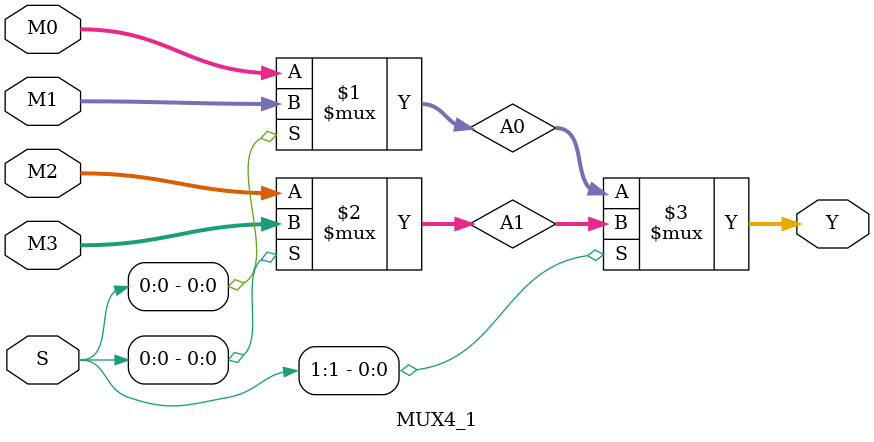
<source format=v>
module MUX4_1#(parameter N = 32)(M0, M1, M2, M3, S, Y); 
input [N-1:0] M0, M1, M2, M3; 
input [1:0] S; 
output [N-1:0] Y; 
//Multiplexer 4 to 1, used in ALU
// S = 0 => Y = M0; 
// S = 1 => Y = M1; 
// S = 2 => Y = M2; 
// S = 3 => Y = M3; 
wire [N-1:0] A0, A1; 
assign A0 = S[0]?M1:M0; 
assign A1 = S[0]?M3:M2; 
assign Y = S[1]?A1:A0; 
endmodule 
</source>
